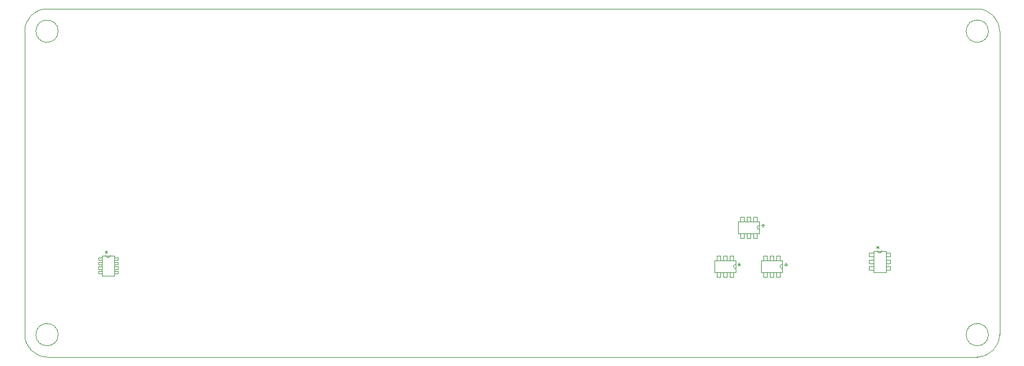
<source format=gm1>
G04*
G04 #@! TF.GenerationSoftware,Altium Limited,Altium Designer,19.0.14 (431)*
G04*
G04 Layer_Color=16711935*
%FSLAX25Y25*%
%MOIN*%
G70*
G01*
G75*
%ADD14C,0.00394*%
%ADD17C,0.00300*%
%ADD94C,0.00100*%
D14*
X18898Y12598D02*
G03*
X18898Y12598I-6299J0D01*
G01*
X0D02*
G03*
X12598Y0I12598J0D01*
G01*
Y196850D02*
G03*
X0Y184252I0J-12598D01*
G01*
X18898D02*
G03*
X18898Y184252I-6299J0D01*
G01*
X551181D02*
G03*
X538583Y196850I-12598J0D01*
G01*
X544882Y184252D02*
G03*
X544882Y184252I-6299J0D01*
G01*
Y12598D02*
G03*
X544882Y12598I-6299J0D01*
G01*
X538583Y0D02*
G03*
X551181Y12598I0J12598D01*
G01*
X0D02*
Y184252D01*
X12598Y196850D02*
X538583D01*
X551181Y12598D02*
Y184252D01*
X12598Y0D02*
X538583D01*
D17*
X482192Y62833D02*
Y61048D01*
X481448Y62387D02*
X482936Y61494D01*
Y62387D02*
X481448Y61494D01*
X45972Y60171D02*
Y58386D01*
X45228Y59725D02*
X46716Y58832D01*
Y59725D02*
X45228Y58832D01*
X404821Y52361D02*
X403036D01*
X404375Y53105D02*
X403482Y51617D01*
X404375D02*
X403482Y53105D01*
X418207Y74408D02*
X416422D01*
X417761Y75152D02*
X416868Y73664D01*
X417761D02*
X416868Y75152D01*
X431199Y52361D02*
X429414D01*
X430753Y53105D02*
X429860Y51617D01*
X430753D02*
X429860Y53105D01*
D94*
X482198Y60009D02*
G03*
X484598Y60009I1200J0D01*
G01*
X45978Y57347D02*
G03*
X48378Y57347I1200J0D01*
G01*
X401997Y52355D02*
G03*
X401997Y49955I0J-1200D01*
G01*
X415382Y74402D02*
G03*
X415382Y72002I0J-1200D01*
G01*
X428375Y52355D02*
G03*
X428375Y49955I0J-1200D01*
G01*
X479948Y48009D02*
Y60009D01*
X486848D01*
Y48009D02*
Y60009D01*
X479948Y48009D02*
X486848D01*
Y58749D02*
X489298D01*
Y56749D02*
Y58749D01*
X486848Y56749D02*
X489298D01*
X486848D02*
Y58749D01*
Y55009D02*
X489298D01*
Y53009D02*
Y55009D01*
X486848Y53009D02*
X489298D01*
X486848D02*
Y55009D01*
Y51269D02*
X489298D01*
Y49269D02*
Y51269D01*
X486848Y49269D02*
X489298D01*
X486848D02*
Y51269D01*
X477498Y49269D02*
X479948D01*
X477498D02*
Y51269D01*
X479948D01*
Y49269D02*
Y51269D01*
X477498Y53009D02*
X479948D01*
X477498D02*
Y55009D01*
X479948D01*
Y53009D02*
Y55009D01*
X477498Y56749D02*
X479948D01*
X477498D02*
Y58749D01*
X479948D01*
Y56749D02*
Y58749D01*
X43728Y54785D02*
Y56185D01*
X41678D02*
X43728D01*
X41678Y54785D02*
Y56185D01*
Y54785D02*
X43728D01*
Y52226D02*
Y53626D01*
X41678D02*
X43728D01*
X41678Y52226D02*
Y53626D01*
Y52226D02*
X43728D01*
Y49667D02*
Y51067D01*
X41678D02*
X43728D01*
X41678Y49667D02*
Y51067D01*
Y49667D02*
X43728D01*
Y47108D02*
Y48508D01*
X41678D02*
X43728D01*
X41678Y47108D02*
Y48508D01*
Y47108D02*
X43728D01*
X50628D02*
Y48508D01*
Y47108D02*
X52678D01*
Y48508D01*
X50628D02*
X52678D01*
X50628Y49667D02*
Y51067D01*
Y49667D02*
X52678D01*
Y51067D01*
X50628D02*
X52678D01*
X50628Y52226D02*
Y53626D01*
Y52226D02*
X52678D01*
Y53626D01*
X50628D02*
X52678D01*
X50628Y54785D02*
Y56185D01*
Y54785D02*
X52678D01*
Y56185D01*
X50628D02*
X52678D01*
X43728Y45947D02*
X50628D01*
Y57347D01*
X43728D02*
X50628D01*
X43728Y45947D02*
Y57347D01*
X389997Y54605D02*
X401997D01*
Y47704D02*
Y54605D01*
X389997Y47704D02*
X401997D01*
X389997D02*
Y54605D01*
X400737Y45254D02*
Y47704D01*
X398737Y45254D02*
X400737D01*
X398737D02*
Y47704D01*
X400737D01*
X396997Y45254D02*
Y47704D01*
X394997Y45254D02*
X396997D01*
X394997D02*
Y47704D01*
X396997D01*
X393256Y45254D02*
Y47704D01*
X391256Y45254D02*
X393256D01*
X391256D02*
Y47704D01*
X393256D01*
X391256Y54605D02*
Y57055D01*
X393256D01*
Y54605D02*
Y57055D01*
X391256Y54605D02*
X393256D01*
X394997D02*
Y57055D01*
X396997D01*
Y54605D02*
Y57055D01*
X394997Y54605D02*
X396997D01*
X398737D02*
Y57055D01*
X400737D01*
Y54605D02*
Y57055D01*
X398737Y54605D02*
X400737D01*
X403382Y76652D02*
X415382D01*
Y69752D02*
Y76652D01*
X403382Y69752D02*
X415382D01*
X403382D02*
Y76652D01*
X414123Y67302D02*
Y69752D01*
X412123Y67302D02*
X414123D01*
X412123D02*
Y69752D01*
X414123D01*
X410383Y67302D02*
Y69752D01*
X408383Y67302D02*
X410383D01*
X408383D02*
Y69752D01*
X410383D01*
X406642Y67302D02*
Y69752D01*
X404642Y67302D02*
X406642D01*
X404642D02*
Y69752D01*
X406642D01*
X404642Y76652D02*
Y79102D01*
X406642D01*
Y76652D02*
Y79102D01*
X404642Y76652D02*
X406642D01*
X408383D02*
Y79102D01*
X410383D01*
Y76652D02*
Y79102D01*
X408383Y76652D02*
X410383D01*
X412123D02*
Y79102D01*
X414123D01*
Y76652D02*
Y79102D01*
X412123Y76652D02*
X414123D01*
X416375Y54605D02*
X428375D01*
Y47704D02*
Y54605D01*
X416375Y47704D02*
X428375D01*
X416375D02*
Y54605D01*
X427115Y45254D02*
Y47704D01*
X425115Y45254D02*
X427115D01*
X425115D02*
Y47704D01*
X427115D01*
X423375Y45254D02*
Y47704D01*
X421375Y45254D02*
X423375D01*
X421375D02*
Y47704D01*
X423375D01*
X419634Y45254D02*
Y47704D01*
X417634Y45254D02*
X419634D01*
X417634D02*
Y47704D01*
X419634D01*
X417634Y54605D02*
Y57055D01*
X419634D01*
Y54605D02*
Y57055D01*
X417634Y54605D02*
X419634D01*
X421375D02*
Y57055D01*
X423375D01*
Y54605D02*
Y57055D01*
X421375Y54605D02*
X423375D01*
X425115D02*
Y57055D01*
X427115D01*
Y54605D02*
Y57055D01*
X425115Y54605D02*
X427115D01*
M02*

</source>
